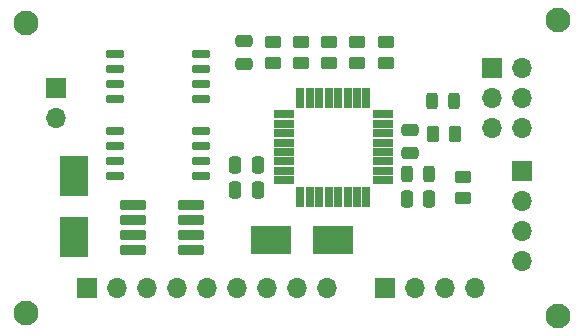
<source format=gts>
%TF.GenerationSoftware,KiCad,Pcbnew,8.0.5*%
%TF.CreationDate,2024-12-04T08:56:06+06:00*%
%TF.ProjectId,MCU Datalogger,4d435520-4461-4746-916c-6f676765722e,rev?*%
%TF.SameCoordinates,Original*%
%TF.FileFunction,Soldermask,Top*%
%TF.FilePolarity,Negative*%
%FSLAX46Y46*%
G04 Gerber Fmt 4.6, Leading zero omitted, Abs format (unit mm)*
G04 Created by KiCad (PCBNEW 8.0.5) date 2024-12-04 08:56:06*
%MOMM*%
%LPD*%
G01*
G04 APERTURE LIST*
G04 Aperture macros list*
%AMRoundRect*
0 Rectangle with rounded corners*
0 $1 Rounding radius*
0 $2 $3 $4 $5 $6 $7 $8 $9 X,Y pos of 4 corners*
0 Add a 4 corners polygon primitive as box body*
4,1,4,$2,$3,$4,$5,$6,$7,$8,$9,$2,$3,0*
0 Add four circle primitives for the rounded corners*
1,1,$1+$1,$2,$3*
1,1,$1+$1,$4,$5*
1,1,$1+$1,$6,$7*
1,1,$1+$1,$8,$9*
0 Add four rect primitives between the rounded corners*
20,1,$1+$1,$2,$3,$4,$5,0*
20,1,$1+$1,$4,$5,$6,$7,0*
20,1,$1+$1,$6,$7,$8,$9,0*
20,1,$1+$1,$8,$9,$2,$3,0*%
G04 Aperture macros list end*
%ADD10RoundRect,0.150000X-0.650000X-0.150000X0.650000X-0.150000X0.650000X0.150000X-0.650000X0.150000X0*%
%ADD11RoundRect,0.250000X-0.450000X0.262500X-0.450000X-0.262500X0.450000X-0.262500X0.450000X0.262500X0*%
%ADD12C,2.100000*%
%ADD13RoundRect,0.094250X-0.742750X-0.282750X0.742750X-0.282750X0.742750X0.282750X-0.742750X0.282750X0*%
%ADD14RoundRect,0.094250X-0.282750X-0.742750X0.282750X-0.742750X0.282750X0.742750X-0.282750X0.742750X0*%
%ADD15R,1.700000X1.700000*%
%ADD16O,1.700000X1.700000*%
%ADD17RoundRect,0.099250X-0.987750X-0.297750X0.987750X-0.297750X0.987750X0.297750X-0.987750X0.297750X0*%
%ADD18RoundRect,0.250000X-0.475000X0.250000X-0.475000X-0.250000X0.475000X-0.250000X0.475000X0.250000X0*%
%ADD19R,3.500000X2.400000*%
%ADD20RoundRect,0.250000X0.250000X0.475000X-0.250000X0.475000X-0.250000X-0.475000X0.250000X-0.475000X0*%
%ADD21RoundRect,0.250000X-0.262500X-0.450000X0.262500X-0.450000X0.262500X0.450000X-0.262500X0.450000X0*%
%ADD22RoundRect,0.243750X0.243750X0.456250X-0.243750X0.456250X-0.243750X-0.456250X0.243750X-0.456250X0*%
%ADD23RoundRect,0.250000X-0.250000X-0.475000X0.250000X-0.475000X0.250000X0.475000X-0.250000X0.475000X0*%
%ADD24R,2.400000X3.500000*%
G04 APERTURE END LIST*
D10*
%TO.C,U3*%
X104750000Y-62595000D03*
X104750000Y-63865000D03*
X104750000Y-65135000D03*
X104750000Y-66405000D03*
X97550000Y-66405000D03*
X97550000Y-65135000D03*
X97550000Y-63865000D03*
X97550000Y-62595000D03*
%TD*%
D11*
%TO.C,R6*%
X118038000Y-61575000D03*
X118038000Y-63400000D03*
%TD*%
D12*
%TO.C,H1*%
X90000000Y-60000000D03*
%TD*%
%TO.C,H4*%
X135000000Y-84750000D03*
%TD*%
D13*
%TO.C,U2*%
X111830000Y-67700000D03*
X111830000Y-68500000D03*
X111830000Y-69300000D03*
X111830000Y-70100000D03*
X111830000Y-70900000D03*
X111830000Y-71700000D03*
X111830000Y-72500000D03*
X111830000Y-73300000D03*
D14*
X113200000Y-74670000D03*
X114000000Y-74670000D03*
X114800000Y-74670000D03*
X115600000Y-74670000D03*
X116400000Y-74670000D03*
X117200000Y-74670000D03*
X118000000Y-74670000D03*
X118800000Y-74670000D03*
D13*
X120170000Y-73300000D03*
X120170000Y-72500000D03*
X120170000Y-71700000D03*
X120170000Y-70900000D03*
X120170000Y-70100000D03*
X120170000Y-69300000D03*
X120170000Y-68500000D03*
X120170000Y-67700000D03*
D14*
X118800000Y-66330000D03*
X118000000Y-66330000D03*
X117200000Y-66330000D03*
X116400000Y-66330000D03*
X115600000Y-66330000D03*
X114800000Y-66330000D03*
X114000000Y-66330000D03*
X113200000Y-66330000D03*
%TD*%
D11*
%TO.C,R2*%
X110856000Y-61575000D03*
X110856000Y-63400000D03*
%TD*%
D15*
%TO.C,BT1*%
X92500000Y-65460000D03*
D16*
X92500000Y-68000000D03*
%TD*%
D11*
%TO.C,R1*%
X113250000Y-61575000D03*
X113250000Y-63400000D03*
%TD*%
D17*
%TO.C,U1*%
X103975000Y-75345000D03*
X103975000Y-76615000D03*
X103975000Y-77885000D03*
X103975000Y-79155000D03*
X99025000Y-79155000D03*
X99025000Y-77885000D03*
X99025000Y-76615000D03*
X99025000Y-75345000D03*
%TD*%
D11*
%TO.C,R5*%
X115644000Y-61575000D03*
X115644000Y-63400000D03*
%TD*%
D18*
%TO.C,C1*%
X108432000Y-61517500D03*
X108432000Y-63417500D03*
%TD*%
D15*
%TO.C,J3*%
X95180000Y-82400000D03*
D16*
X97720000Y-82400000D03*
X100260000Y-82400000D03*
X102800000Y-82400000D03*
X105340000Y-82400000D03*
X107880000Y-82400000D03*
X110420000Y-82400000D03*
X112960000Y-82400000D03*
X115500000Y-82400000D03*
%TD*%
D15*
%TO.C,J1*%
X131940000Y-72540000D03*
D16*
X131940000Y-75080000D03*
X131940000Y-77620000D03*
X131940000Y-80160000D03*
%TD*%
D19*
%TO.C,Y2*%
X115925600Y-78384400D03*
X110725600Y-78384400D03*
%TD*%
D11*
%TO.C,R7*%
X120432000Y-61575000D03*
X120432000Y-63400000D03*
%TD*%
D20*
%TO.C,C5*%
X109600000Y-74100000D03*
X107700000Y-74100000D03*
%TD*%
D21*
%TO.C,R3*%
X124437500Y-69350000D03*
X126262500Y-69350000D03*
%TD*%
D15*
%TO.C,J2*%
X120410000Y-82400000D03*
D16*
X122950000Y-82400000D03*
X125490000Y-82400000D03*
X128030000Y-82400000D03*
%TD*%
D22*
%TO.C,D2*%
X124127500Y-72796400D03*
X122252500Y-72796400D03*
%TD*%
%TO.C,D1*%
X126250000Y-66600000D03*
X124375000Y-66600000D03*
%TD*%
D23*
%TO.C,C3*%
X122225700Y-74896400D03*
X124125700Y-74896400D03*
%TD*%
D24*
%TO.C,Y1*%
X94000000Y-72900000D03*
X94000000Y-78100000D03*
%TD*%
D20*
%TO.C,C4*%
X109600000Y-72000000D03*
X107700000Y-72000000D03*
%TD*%
D11*
%TO.C,R4*%
X126949200Y-72987500D03*
X126949200Y-74812500D03*
%TD*%
D12*
%TO.C,H3*%
X90000000Y-84500000D03*
%TD*%
D15*
%TO.C,J4*%
X129400000Y-63820000D03*
D16*
X131940000Y-63820000D03*
X129400000Y-66360000D03*
X131940000Y-66360000D03*
X129400000Y-68900000D03*
X131940000Y-68900000D03*
%TD*%
D10*
%TO.C,U4*%
X97550000Y-69095000D03*
X97550000Y-70365000D03*
X97550000Y-71635000D03*
X97550000Y-72905000D03*
X104750000Y-72905000D03*
X104750000Y-71635000D03*
X104750000Y-70365000D03*
X104750000Y-69095000D03*
%TD*%
D12*
%TO.C,H2*%
X135000000Y-59750000D03*
%TD*%
D18*
%TO.C,C2*%
X122475700Y-69046400D03*
X122475700Y-70946400D03*
%TD*%
M02*

</source>
